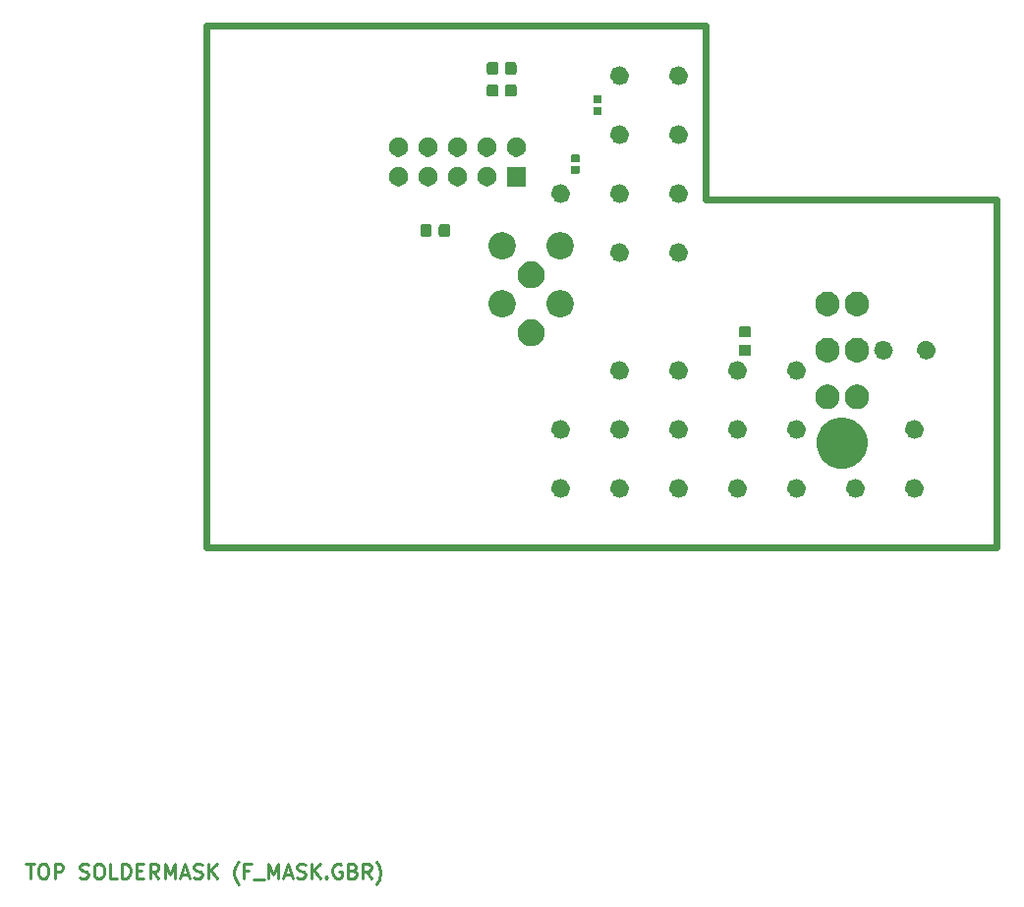
<source format=gbr>
G04 #@! TF.GenerationSoftware,KiCad,Pcbnew,(5.1.5)-3*
G04 #@! TF.CreationDate,2020-04-20T12:10:48-07:00*
G04 #@! TF.ProjectId,10096510 Battery Connection,31303039-3635-4313-9020-426174746572,rev?*
G04 #@! TF.SameCoordinates,PXb874050PY8789ff8*
G04 #@! TF.FileFunction,Soldermask,Top*
G04 #@! TF.FilePolarity,Negative*
%FSLAX46Y46*%
G04 Gerber Fmt 4.6, Leading zero omitted, Abs format (unit mm)*
G04 Created by KiCad (PCBNEW (5.1.5)-3) date 2020-04-20 12:10:48*
%MOMM*%
%LPD*%
G04 APERTURE LIST*
%ADD10C,0.254000*%
%ADD11C,1.000000*%
%ADD12C,0.584200*%
%ADD13C,0.100000*%
G04 APERTURE END LIST*
D10*
X-15588948Y-27244523D02*
X-14863234Y-27244523D01*
X-15226091Y-28514523D02*
X-15226091Y-27244523D01*
X-14197996Y-27244523D02*
X-13956091Y-27244523D01*
X-13835139Y-27305000D01*
X-13714186Y-27425952D01*
X-13653710Y-27667857D01*
X-13653710Y-28091190D01*
X-13714186Y-28333095D01*
X-13835139Y-28454047D01*
X-13956091Y-28514523D01*
X-14197996Y-28514523D01*
X-14318948Y-28454047D01*
X-14439900Y-28333095D01*
X-14500377Y-28091190D01*
X-14500377Y-27667857D01*
X-14439900Y-27425952D01*
X-14318948Y-27305000D01*
X-14197996Y-27244523D01*
X-13109424Y-28514523D02*
X-13109424Y-27244523D01*
X-12625615Y-27244523D01*
X-12504662Y-27305000D01*
X-12444186Y-27365476D01*
X-12383710Y-27486428D01*
X-12383710Y-27667857D01*
X-12444186Y-27788809D01*
X-12504662Y-27849285D01*
X-12625615Y-27909761D01*
X-13109424Y-27909761D01*
X-10932281Y-28454047D02*
X-10750853Y-28514523D01*
X-10448472Y-28514523D01*
X-10327520Y-28454047D01*
X-10267043Y-28393571D01*
X-10206567Y-28272619D01*
X-10206567Y-28151666D01*
X-10267043Y-28030714D01*
X-10327520Y-27970238D01*
X-10448472Y-27909761D01*
X-10690377Y-27849285D01*
X-10811329Y-27788809D01*
X-10871805Y-27728333D01*
X-10932281Y-27607380D01*
X-10932281Y-27486428D01*
X-10871805Y-27365476D01*
X-10811329Y-27305000D01*
X-10690377Y-27244523D01*
X-10387996Y-27244523D01*
X-10206567Y-27305000D01*
X-9420377Y-27244523D02*
X-9178472Y-27244523D01*
X-9057520Y-27305000D01*
X-8936567Y-27425952D01*
X-8876091Y-27667857D01*
X-8876091Y-28091190D01*
X-8936567Y-28333095D01*
X-9057520Y-28454047D01*
X-9178472Y-28514523D01*
X-9420377Y-28514523D01*
X-9541329Y-28454047D01*
X-9662281Y-28333095D01*
X-9722758Y-28091190D01*
X-9722758Y-27667857D01*
X-9662281Y-27425952D01*
X-9541329Y-27305000D01*
X-9420377Y-27244523D01*
X-7727043Y-28514523D02*
X-8331805Y-28514523D01*
X-8331805Y-27244523D01*
X-7303710Y-28514523D02*
X-7303710Y-27244523D01*
X-7001329Y-27244523D01*
X-6819900Y-27305000D01*
X-6698948Y-27425952D01*
X-6638472Y-27546904D01*
X-6577996Y-27788809D01*
X-6577996Y-27970238D01*
X-6638472Y-28212142D01*
X-6698948Y-28333095D01*
X-6819900Y-28454047D01*
X-7001329Y-28514523D01*
X-7303710Y-28514523D01*
X-6033710Y-27849285D02*
X-5610377Y-27849285D01*
X-5428948Y-28514523D02*
X-6033710Y-28514523D01*
X-6033710Y-27244523D01*
X-5428948Y-27244523D01*
X-4158948Y-28514523D02*
X-4582281Y-27909761D01*
X-4884662Y-28514523D02*
X-4884662Y-27244523D01*
X-4400853Y-27244523D01*
X-4279900Y-27305000D01*
X-4219424Y-27365476D01*
X-4158948Y-27486428D01*
X-4158948Y-27667857D01*
X-4219424Y-27788809D01*
X-4279900Y-27849285D01*
X-4400853Y-27909761D01*
X-4884662Y-27909761D01*
X-3614662Y-28514523D02*
X-3614662Y-27244523D01*
X-3191329Y-28151666D01*
X-2767996Y-27244523D01*
X-2767996Y-28514523D01*
X-2223710Y-28151666D02*
X-1618948Y-28151666D01*
X-2344662Y-28514523D02*
X-1921329Y-27244523D01*
X-1497996Y-28514523D01*
X-1135139Y-28454047D02*
X-953710Y-28514523D01*
X-651329Y-28514523D01*
X-530377Y-28454047D01*
X-469900Y-28393571D01*
X-409424Y-28272619D01*
X-409424Y-28151666D01*
X-469900Y-28030714D01*
X-530377Y-27970238D01*
X-651329Y-27909761D01*
X-893234Y-27849285D01*
X-1014186Y-27788809D01*
X-1074662Y-27728333D01*
X-1135139Y-27607380D01*
X-1135139Y-27486428D01*
X-1074662Y-27365476D01*
X-1014186Y-27305000D01*
X-893234Y-27244523D01*
X-590853Y-27244523D01*
X-409424Y-27305000D01*
X134861Y-28514523D02*
X134861Y-27244523D01*
X860576Y-28514523D02*
X316290Y-27788809D01*
X860576Y-27244523D02*
X134861Y-27970238D01*
X2735338Y-28998333D02*
X2674861Y-28937857D01*
X2553909Y-28756428D01*
X2493433Y-28635476D01*
X2432957Y-28454047D01*
X2372480Y-28151666D01*
X2372480Y-27909761D01*
X2432957Y-27607380D01*
X2493433Y-27425952D01*
X2553909Y-27305000D01*
X2674861Y-27123571D01*
X2735338Y-27063095D01*
X3642480Y-27849285D02*
X3219147Y-27849285D01*
X3219147Y-28514523D02*
X3219147Y-27244523D01*
X3823909Y-27244523D01*
X4005338Y-28635476D02*
X4972957Y-28635476D01*
X5275338Y-28514523D02*
X5275338Y-27244523D01*
X5698671Y-28151666D01*
X6122004Y-27244523D01*
X6122004Y-28514523D01*
X6666290Y-28151666D02*
X7271052Y-28151666D01*
X6545338Y-28514523D02*
X6968671Y-27244523D01*
X7392004Y-28514523D01*
X7754861Y-28454047D02*
X7936290Y-28514523D01*
X8238671Y-28514523D01*
X8359623Y-28454047D01*
X8420100Y-28393571D01*
X8480576Y-28272619D01*
X8480576Y-28151666D01*
X8420100Y-28030714D01*
X8359623Y-27970238D01*
X8238671Y-27909761D01*
X7996766Y-27849285D01*
X7875814Y-27788809D01*
X7815338Y-27728333D01*
X7754861Y-27607380D01*
X7754861Y-27486428D01*
X7815338Y-27365476D01*
X7875814Y-27305000D01*
X7996766Y-27244523D01*
X8299147Y-27244523D01*
X8480576Y-27305000D01*
X9024861Y-28514523D02*
X9024861Y-27244523D01*
X9750576Y-28514523D02*
X9206290Y-27788809D01*
X9750576Y-27244523D02*
X9024861Y-27970238D01*
X10294861Y-28393571D02*
X10355338Y-28454047D01*
X10294861Y-28514523D01*
X10234385Y-28454047D01*
X10294861Y-28393571D01*
X10294861Y-28514523D01*
X11564861Y-27305000D02*
X11443909Y-27244523D01*
X11262480Y-27244523D01*
X11081052Y-27305000D01*
X10960100Y-27425952D01*
X10899623Y-27546904D01*
X10839147Y-27788809D01*
X10839147Y-27970238D01*
X10899623Y-28212142D01*
X10960100Y-28333095D01*
X11081052Y-28454047D01*
X11262480Y-28514523D01*
X11383433Y-28514523D01*
X11564861Y-28454047D01*
X11625338Y-28393571D01*
X11625338Y-27970238D01*
X11383433Y-27970238D01*
X12592957Y-27849285D02*
X12774385Y-27909761D01*
X12834861Y-27970238D01*
X12895338Y-28091190D01*
X12895338Y-28272619D01*
X12834861Y-28393571D01*
X12774385Y-28454047D01*
X12653433Y-28514523D01*
X12169623Y-28514523D01*
X12169623Y-27244523D01*
X12592957Y-27244523D01*
X12713909Y-27305000D01*
X12774385Y-27365476D01*
X12834861Y-27486428D01*
X12834861Y-27607380D01*
X12774385Y-27728333D01*
X12713909Y-27788809D01*
X12592957Y-27849285D01*
X12169623Y-27849285D01*
X14165338Y-28514523D02*
X13742004Y-27909761D01*
X13439623Y-28514523D02*
X13439623Y-27244523D01*
X13923433Y-27244523D01*
X14044385Y-27305000D01*
X14104861Y-27365476D01*
X14165338Y-27486428D01*
X14165338Y-27667857D01*
X14104861Y-27788809D01*
X14044385Y-27849285D01*
X13923433Y-27909761D01*
X13439623Y-27909761D01*
X14588671Y-28998333D02*
X14649147Y-28937857D01*
X14770100Y-28756428D01*
X14830576Y-28635476D01*
X14891052Y-28454047D01*
X14951528Y-28151666D01*
X14951528Y-27909761D01*
X14891052Y-27607380D01*
X14830576Y-27425952D01*
X14770100Y-27305000D01*
X14649147Y-27123571D01*
X14588671Y-27063095D01*
D11*
X30795216Y30480000D02*
G75*
G03X30795216Y30480000I-315216J0D01*
G01*
X58608216Y16992600D02*
G75*
G03X58608216Y16992600I-315216J0D01*
G01*
X62291216Y16992600D02*
G75*
G03X62291216Y16992600I-315216J0D01*
G01*
X40955216Y10160000D02*
G75*
G03X40955216Y10160000I-315216J0D01*
G01*
X40955216Y15240000D02*
G75*
G03X40955216Y15240000I-315216J0D01*
G01*
X40955216Y5080000D02*
G75*
G03X40955216Y5080000I-315216J0D01*
G01*
X35875216Y5080000D02*
G75*
G03X35875216Y5080000I-315216J0D01*
G01*
X35875216Y10160000D02*
G75*
G03X35875216Y10160000I-315216J0D01*
G01*
X35875216Y15240000D02*
G75*
G03X35875216Y15240000I-315216J0D01*
G01*
X46035216Y5080000D02*
G75*
G03X46035216Y5080000I-315216J0D01*
G01*
X46035216Y10160000D02*
G75*
G03X46035216Y10160000I-315216J0D01*
G01*
X46035216Y15240000D02*
G75*
G03X46035216Y15240000I-315216J0D01*
G01*
X51115216Y15240000D02*
G75*
G03X51115216Y15240000I-315216J0D01*
G01*
X51115216Y10160000D02*
G75*
G03X51115216Y10160000I-315216J0D01*
G01*
X30795216Y10160000D02*
G75*
G03X30795216Y10160000I-315216J0D01*
G01*
X30795216Y5080000D02*
G75*
G03X30795216Y5080000I-315216J0D01*
G01*
X51115216Y5080000D02*
G75*
G03X51115216Y5080000I-315216J0D01*
G01*
X56195216Y5080000D02*
G75*
G03X56195216Y5080000I-315216J0D01*
G01*
X61275216Y5080000D02*
G75*
G03X61275216Y5080000I-315216J0D01*
G01*
X61275216Y10160000D02*
G75*
G03X61275216Y10160000I-315216J0D01*
G01*
X40955216Y25400000D02*
G75*
G03X40955216Y25400000I-315216J0D01*
G01*
X35875216Y25400000D02*
G75*
G03X35875216Y25400000I-315216J0D01*
G01*
X35875216Y30480000D02*
G75*
G03X35875216Y30480000I-315216J0D01*
G01*
X40955216Y30480000D02*
G75*
G03X40955216Y30480000I-315216J0D01*
G01*
X40955216Y35560000D02*
G75*
G03X40955216Y35560000I-315216J0D01*
G01*
X35875216Y35560000D02*
G75*
G03X35875216Y35560000I-315216J0D01*
G01*
X40955216Y40640000D02*
G75*
G03X40955216Y40640000I-315216J0D01*
G01*
X35875216Y40640000D02*
G75*
G03X35875216Y40640000I-315216J0D01*
G01*
D12*
X43002200Y29997400D02*
X43002200Y44983400D01*
X43002200Y29997400D02*
X68021200Y29997400D01*
X68021200Y0D02*
X68021200Y29997400D01*
X0Y0D02*
X68021200Y0D01*
X0Y0D02*
X0Y44983400D01*
X0Y44983400D02*
X43002200Y44983400D01*
D13*
G36*
X55352528Y11104460D02*
G01*
X55752410Y10938823D01*
X55752412Y10938822D01*
X56112297Y10698355D01*
X56418355Y10392297D01*
X56658823Y10032410D01*
X56824460Y9632528D01*
X56908900Y9208017D01*
X56908900Y8775183D01*
X56824460Y8350672D01*
X56658823Y7950790D01*
X56658822Y7950788D01*
X56418355Y7590903D01*
X56112297Y7284845D01*
X55752412Y7044378D01*
X55752411Y7044377D01*
X55752410Y7044377D01*
X55352528Y6878740D01*
X54928017Y6794300D01*
X54495183Y6794300D01*
X54070672Y6878740D01*
X53670790Y7044377D01*
X53670789Y7044377D01*
X53670788Y7044378D01*
X53310903Y7284845D01*
X53004845Y7590903D01*
X52764378Y7950788D01*
X52764377Y7950790D01*
X52598740Y8350672D01*
X52514300Y8775183D01*
X52514300Y9208017D01*
X52598740Y9632528D01*
X52764377Y10032410D01*
X53004845Y10392297D01*
X53310903Y10698355D01*
X53670788Y10938822D01*
X53670790Y10938823D01*
X54070672Y11104460D01*
X54495183Y11188900D01*
X54928017Y11188900D01*
X55352528Y11104460D01*
G37*
G36*
X56313564Y13990011D02*
G01*
X56504833Y13910785D01*
X56504835Y13910784D01*
X56676973Y13795765D01*
X56823365Y13649373D01*
X56938385Y13477233D01*
X57017611Y13285964D01*
X57058000Y13082916D01*
X57058000Y12875884D01*
X57017611Y12672836D01*
X56938385Y12481567D01*
X56938384Y12481565D01*
X56823365Y12309427D01*
X56676973Y12163035D01*
X56504835Y12048016D01*
X56504834Y12048015D01*
X56504833Y12048015D01*
X56313564Y11968789D01*
X56110516Y11928400D01*
X55903484Y11928400D01*
X55700436Y11968789D01*
X55509167Y12048015D01*
X55509166Y12048015D01*
X55509165Y12048016D01*
X55337027Y12163035D01*
X55190635Y12309427D01*
X55075616Y12481565D01*
X55075615Y12481567D01*
X54996389Y12672836D01*
X54956000Y12875884D01*
X54956000Y13082916D01*
X54996389Y13285964D01*
X55075615Y13477233D01*
X55190635Y13649373D01*
X55337027Y13795765D01*
X55509165Y13910784D01*
X55509167Y13910785D01*
X55700436Y13990011D01*
X55903484Y14030400D01*
X56110516Y14030400D01*
X56313564Y13990011D01*
G37*
G36*
X53773564Y13990011D02*
G01*
X53964833Y13910785D01*
X53964835Y13910784D01*
X54136973Y13795765D01*
X54283365Y13649373D01*
X54398385Y13477233D01*
X54477611Y13285964D01*
X54518000Y13082916D01*
X54518000Y12875884D01*
X54477611Y12672836D01*
X54398385Y12481567D01*
X54398384Y12481565D01*
X54283365Y12309427D01*
X54136973Y12163035D01*
X53964835Y12048016D01*
X53964834Y12048015D01*
X53964833Y12048015D01*
X53773564Y11968789D01*
X53570516Y11928400D01*
X53363484Y11928400D01*
X53160436Y11968789D01*
X52969167Y12048015D01*
X52969166Y12048015D01*
X52969165Y12048016D01*
X52797027Y12163035D01*
X52650635Y12309427D01*
X52535616Y12481565D01*
X52535615Y12481567D01*
X52456389Y12672836D01*
X52416000Y12875884D01*
X52416000Y13082916D01*
X52456389Y13285964D01*
X52535615Y13477233D01*
X52650635Y13649373D01*
X52797027Y13795765D01*
X52969165Y13910784D01*
X52969167Y13910785D01*
X53160436Y13990011D01*
X53363484Y14030400D01*
X53570516Y14030400D01*
X53773564Y13990011D01*
G37*
G36*
X53773564Y18003211D02*
G01*
X53964833Y17923985D01*
X53964835Y17923984D01*
X54136973Y17808965D01*
X54283365Y17662573D01*
X54398385Y17490433D01*
X54477611Y17299164D01*
X54518000Y17096116D01*
X54518000Y16889084D01*
X54477611Y16686036D01*
X54409910Y16522592D01*
X54398384Y16494765D01*
X54283365Y16322627D01*
X54136973Y16176235D01*
X53964835Y16061216D01*
X53964834Y16061215D01*
X53964833Y16061215D01*
X53773564Y15981989D01*
X53570516Y15941600D01*
X53363484Y15941600D01*
X53160436Y15981989D01*
X52969167Y16061215D01*
X52969166Y16061215D01*
X52969165Y16061216D01*
X52797027Y16176235D01*
X52650635Y16322627D01*
X52535616Y16494765D01*
X52524090Y16522592D01*
X52456389Y16686036D01*
X52416000Y16889084D01*
X52416000Y17096116D01*
X52456389Y17299164D01*
X52535615Y17490433D01*
X52650635Y17662573D01*
X52797027Y17808965D01*
X52969165Y17923984D01*
X52969167Y17923985D01*
X53160436Y18003211D01*
X53363484Y18043600D01*
X53570516Y18043600D01*
X53773564Y18003211D01*
G37*
G36*
X56313564Y18003211D02*
G01*
X56504833Y17923985D01*
X56504835Y17923984D01*
X56676973Y17808965D01*
X56823365Y17662573D01*
X56938385Y17490433D01*
X57017611Y17299164D01*
X57058000Y17096116D01*
X57058000Y16889084D01*
X57017611Y16686036D01*
X56949910Y16522592D01*
X56938384Y16494765D01*
X56823365Y16322627D01*
X56676973Y16176235D01*
X56504835Y16061216D01*
X56504834Y16061215D01*
X56504833Y16061215D01*
X56313564Y15981989D01*
X56110516Y15941600D01*
X55903484Y15941600D01*
X55700436Y15981989D01*
X55509167Y16061215D01*
X55509166Y16061215D01*
X55509165Y16061216D01*
X55337027Y16176235D01*
X55190635Y16322627D01*
X55075616Y16494765D01*
X55064090Y16522592D01*
X54996389Y16686036D01*
X54956000Y16889084D01*
X54956000Y17096116D01*
X54996389Y17299164D01*
X55075615Y17490433D01*
X55190635Y17662573D01*
X55337027Y17808965D01*
X55509165Y17923984D01*
X55509167Y17923985D01*
X55700436Y18003211D01*
X55903484Y18043600D01*
X56110516Y18043600D01*
X56313564Y18003211D01*
G37*
G36*
X46734591Y17476915D02*
G01*
X46768569Y17466607D01*
X46799890Y17449866D01*
X46827339Y17427339D01*
X46849866Y17399890D01*
X46866607Y17368569D01*
X46876915Y17334591D01*
X46881000Y17293110D01*
X46881000Y16691890D01*
X46876915Y16650409D01*
X46866607Y16616431D01*
X46849866Y16585110D01*
X46827339Y16557661D01*
X46799890Y16535134D01*
X46768569Y16518393D01*
X46734591Y16508085D01*
X46693110Y16504000D01*
X46016890Y16504000D01*
X45975409Y16508085D01*
X45941431Y16518393D01*
X45910110Y16535134D01*
X45882661Y16557661D01*
X45860134Y16585110D01*
X45843393Y16616431D01*
X45833085Y16650409D01*
X45829000Y16691890D01*
X45829000Y17293110D01*
X45833085Y17334591D01*
X45843393Y17368569D01*
X45860134Y17399890D01*
X45882661Y17427339D01*
X45910110Y17449866D01*
X45941431Y17466607D01*
X45975409Y17476915D01*
X46016890Y17481000D01*
X46693110Y17481000D01*
X46734591Y17476915D01*
G37*
G36*
X28280867Y19618692D02*
G01*
X28368959Y19582203D01*
X28493540Y19530600D01*
X28684939Y19402711D01*
X28847711Y19239939D01*
X28975600Y19048540D01*
X29017473Y18947448D01*
X29063692Y18835867D01*
X29108600Y18610098D01*
X29108600Y18379902D01*
X29063692Y18154133D01*
X29034263Y18083085D01*
X28975600Y17941460D01*
X28847711Y17750061D01*
X28684939Y17587289D01*
X28493540Y17459400D01*
X28416137Y17427339D01*
X28280867Y17371308D01*
X28055098Y17326400D01*
X27824902Y17326400D01*
X27599133Y17371308D01*
X27463863Y17427339D01*
X27386460Y17459400D01*
X27195061Y17587289D01*
X27032289Y17750061D01*
X26904400Y17941460D01*
X26845737Y18083085D01*
X26816308Y18154133D01*
X26771400Y18379902D01*
X26771400Y18610098D01*
X26816308Y18835867D01*
X26862527Y18947448D01*
X26904400Y19048540D01*
X27032289Y19239939D01*
X27195061Y19402711D01*
X27386460Y19530600D01*
X27511041Y19582203D01*
X27599133Y19618692D01*
X27824902Y19663600D01*
X28055098Y19663600D01*
X28280867Y19618692D01*
G37*
G36*
X46734591Y19051915D02*
G01*
X46768569Y19041607D01*
X46799890Y19024866D01*
X46827339Y19002339D01*
X46849866Y18974890D01*
X46866607Y18943569D01*
X46876915Y18909591D01*
X46881000Y18868110D01*
X46881000Y18266890D01*
X46876915Y18225409D01*
X46866607Y18191431D01*
X46849866Y18160110D01*
X46827339Y18132661D01*
X46799890Y18110134D01*
X46768569Y18093393D01*
X46734591Y18083085D01*
X46693110Y18079000D01*
X46016890Y18079000D01*
X45975409Y18083085D01*
X45941431Y18093393D01*
X45910110Y18110134D01*
X45882661Y18132661D01*
X45860134Y18160110D01*
X45843393Y18191431D01*
X45833085Y18225409D01*
X45829000Y18266890D01*
X45829000Y18868110D01*
X45833085Y18909591D01*
X45843393Y18943569D01*
X45860134Y18974890D01*
X45882661Y19002339D01*
X45910110Y19024866D01*
X45941431Y19041607D01*
X45975409Y19051915D01*
X46016890Y19056000D01*
X46693110Y19056000D01*
X46734591Y19051915D01*
G37*
G36*
X25780867Y22118692D02*
G01*
X25868959Y22082203D01*
X25993540Y22030600D01*
X26184939Y21902711D01*
X26347711Y21739939D01*
X26475600Y21548540D01*
X26504721Y21478235D01*
X26563692Y21335867D01*
X26608600Y21110098D01*
X26608600Y20879902D01*
X26563692Y20654133D01*
X26527203Y20566041D01*
X26475600Y20441460D01*
X26347711Y20250061D01*
X26184939Y20087289D01*
X25993540Y19959400D01*
X25868959Y19907797D01*
X25780867Y19871308D01*
X25555098Y19826400D01*
X25324902Y19826400D01*
X25099133Y19871308D01*
X25011041Y19907797D01*
X24886460Y19959400D01*
X24695061Y20087289D01*
X24532289Y20250061D01*
X24404400Y20441460D01*
X24352797Y20566041D01*
X24316308Y20654133D01*
X24271400Y20879902D01*
X24271400Y21110098D01*
X24316308Y21335867D01*
X24375279Y21478235D01*
X24404400Y21548540D01*
X24532289Y21739939D01*
X24695061Y21902711D01*
X24886460Y22030600D01*
X25011041Y22082203D01*
X25099133Y22118692D01*
X25324902Y22163600D01*
X25555098Y22163600D01*
X25780867Y22118692D01*
G37*
G36*
X30780867Y22118692D02*
G01*
X30868959Y22082203D01*
X30993540Y22030600D01*
X31184939Y21902711D01*
X31347711Y21739939D01*
X31475600Y21548540D01*
X31504721Y21478235D01*
X31563692Y21335867D01*
X31608600Y21110098D01*
X31608600Y20879902D01*
X31563692Y20654133D01*
X31527203Y20566041D01*
X31475600Y20441460D01*
X31347711Y20250061D01*
X31184939Y20087289D01*
X30993540Y19959400D01*
X30868959Y19907797D01*
X30780867Y19871308D01*
X30555098Y19826400D01*
X30324902Y19826400D01*
X30099133Y19871308D01*
X30011041Y19907797D01*
X29886460Y19959400D01*
X29695061Y20087289D01*
X29532289Y20250061D01*
X29404400Y20441460D01*
X29352797Y20566041D01*
X29316308Y20654133D01*
X29271400Y20879902D01*
X29271400Y21110098D01*
X29316308Y21335867D01*
X29375279Y21478235D01*
X29404400Y21548540D01*
X29532289Y21739939D01*
X29695061Y21902711D01*
X29886460Y22030600D01*
X30011041Y22082203D01*
X30099133Y22118692D01*
X30324902Y22163600D01*
X30555098Y22163600D01*
X30780867Y22118692D01*
G37*
G36*
X53773564Y21991011D02*
G01*
X53964833Y21911785D01*
X53964835Y21911784D01*
X54136973Y21796765D01*
X54283365Y21650373D01*
X54351408Y21548540D01*
X54398385Y21478233D01*
X54477611Y21286964D01*
X54518000Y21083916D01*
X54518000Y20876884D01*
X54477611Y20673836D01*
X54469449Y20654132D01*
X54398384Y20482565D01*
X54283365Y20310427D01*
X54136973Y20164035D01*
X53964835Y20049016D01*
X53964834Y20049015D01*
X53964833Y20049015D01*
X53773564Y19969789D01*
X53570516Y19929400D01*
X53363484Y19929400D01*
X53160436Y19969789D01*
X52969167Y20049015D01*
X52969166Y20049015D01*
X52969165Y20049016D01*
X52797027Y20164035D01*
X52650635Y20310427D01*
X52535616Y20482565D01*
X52464551Y20654132D01*
X52456389Y20673836D01*
X52416000Y20876884D01*
X52416000Y21083916D01*
X52456389Y21286964D01*
X52535615Y21478233D01*
X52582593Y21548540D01*
X52650635Y21650373D01*
X52797027Y21796765D01*
X52969165Y21911784D01*
X52969167Y21911785D01*
X53160436Y21991011D01*
X53363484Y22031400D01*
X53570516Y22031400D01*
X53773564Y21991011D01*
G37*
G36*
X56313564Y21991011D02*
G01*
X56504833Y21911785D01*
X56504835Y21911784D01*
X56676973Y21796765D01*
X56823365Y21650373D01*
X56891408Y21548540D01*
X56938385Y21478233D01*
X57017611Y21286964D01*
X57058000Y21083916D01*
X57058000Y20876884D01*
X57017611Y20673836D01*
X57009449Y20654132D01*
X56938384Y20482565D01*
X56823365Y20310427D01*
X56676973Y20164035D01*
X56504835Y20049016D01*
X56504834Y20049015D01*
X56504833Y20049015D01*
X56313564Y19969789D01*
X56110516Y19929400D01*
X55903484Y19929400D01*
X55700436Y19969789D01*
X55509167Y20049015D01*
X55509166Y20049015D01*
X55509165Y20049016D01*
X55337027Y20164035D01*
X55190635Y20310427D01*
X55075616Y20482565D01*
X55004551Y20654132D01*
X54996389Y20673836D01*
X54956000Y20876884D01*
X54956000Y21083916D01*
X54996389Y21286964D01*
X55075615Y21478233D01*
X55122593Y21548540D01*
X55190635Y21650373D01*
X55337027Y21796765D01*
X55509165Y21911784D01*
X55509167Y21911785D01*
X55700436Y21991011D01*
X55903484Y22031400D01*
X56110516Y22031400D01*
X56313564Y21991011D01*
G37*
G36*
X28280867Y24618692D02*
G01*
X28368959Y24582203D01*
X28493540Y24530600D01*
X28684939Y24402711D01*
X28847711Y24239939D01*
X28975600Y24048540D01*
X29027203Y23923959D01*
X29063692Y23835867D01*
X29108600Y23610098D01*
X29108600Y23379902D01*
X29063692Y23154133D01*
X29027203Y23066041D01*
X28975600Y22941460D01*
X28847711Y22750061D01*
X28684939Y22587289D01*
X28493540Y22459400D01*
X28368959Y22407797D01*
X28280867Y22371308D01*
X28055098Y22326400D01*
X27824902Y22326400D01*
X27599133Y22371308D01*
X27511041Y22407797D01*
X27386460Y22459400D01*
X27195061Y22587289D01*
X27032289Y22750061D01*
X26904400Y22941460D01*
X26852797Y23066041D01*
X26816308Y23154133D01*
X26771400Y23379902D01*
X26771400Y23610098D01*
X26816308Y23835867D01*
X26852797Y23923959D01*
X26904400Y24048540D01*
X27032289Y24239939D01*
X27195061Y24402711D01*
X27386460Y24530600D01*
X27511041Y24582203D01*
X27599133Y24618692D01*
X27824902Y24663600D01*
X28055098Y24663600D01*
X28280867Y24618692D01*
G37*
G36*
X30780867Y27118692D02*
G01*
X30868959Y27082203D01*
X30993540Y27030600D01*
X31184939Y26902711D01*
X31347711Y26739939D01*
X31475600Y26548540D01*
X31527203Y26423959D01*
X31563692Y26335867D01*
X31608600Y26110098D01*
X31608600Y25879902D01*
X31563692Y25654133D01*
X31527203Y25566041D01*
X31475600Y25441460D01*
X31347711Y25250061D01*
X31184939Y25087289D01*
X30993540Y24959400D01*
X30868959Y24907797D01*
X30780867Y24871308D01*
X30555098Y24826400D01*
X30324902Y24826400D01*
X30099133Y24871308D01*
X30011041Y24907797D01*
X29886460Y24959400D01*
X29695061Y25087289D01*
X29532289Y25250061D01*
X29404400Y25441460D01*
X29352797Y25566041D01*
X29316308Y25654133D01*
X29271400Y25879902D01*
X29271400Y26110098D01*
X29316308Y26335867D01*
X29352797Y26423959D01*
X29404400Y26548540D01*
X29532289Y26739939D01*
X29695061Y26902711D01*
X29886460Y27030600D01*
X30011041Y27082203D01*
X30099133Y27118692D01*
X30324902Y27163600D01*
X30555098Y27163600D01*
X30780867Y27118692D01*
G37*
G36*
X25780867Y27118692D02*
G01*
X25868959Y27082203D01*
X25993540Y27030600D01*
X26184939Y26902711D01*
X26347711Y26739939D01*
X26475600Y26548540D01*
X26527203Y26423959D01*
X26563692Y26335867D01*
X26608600Y26110098D01*
X26608600Y25879902D01*
X26563692Y25654133D01*
X26527203Y25566041D01*
X26475600Y25441460D01*
X26347711Y25250061D01*
X26184939Y25087289D01*
X25993540Y24959400D01*
X25868959Y24907797D01*
X25780867Y24871308D01*
X25555098Y24826400D01*
X25324902Y24826400D01*
X25099133Y24871308D01*
X25011041Y24907797D01*
X24886460Y24959400D01*
X24695061Y25087289D01*
X24532289Y25250061D01*
X24404400Y25441460D01*
X24352797Y25566041D01*
X24316308Y25654133D01*
X24271400Y25879902D01*
X24271400Y26110098D01*
X24316308Y26335867D01*
X24352797Y26423959D01*
X24404400Y26548540D01*
X24532289Y26739939D01*
X24695061Y26902711D01*
X24886460Y27030600D01*
X25011041Y27082203D01*
X25099133Y27118692D01*
X25324902Y27163600D01*
X25555098Y27163600D01*
X25780867Y27118692D01*
G37*
G36*
X19239591Y27826915D02*
G01*
X19273569Y27816607D01*
X19304890Y27799866D01*
X19332339Y27777339D01*
X19354866Y27749890D01*
X19371607Y27718569D01*
X19381915Y27684591D01*
X19386000Y27643110D01*
X19386000Y26966890D01*
X19381915Y26925409D01*
X19371607Y26891431D01*
X19354866Y26860110D01*
X19332339Y26832661D01*
X19304890Y26810134D01*
X19273569Y26793393D01*
X19239591Y26783085D01*
X19198110Y26779000D01*
X18596890Y26779000D01*
X18555409Y26783085D01*
X18521431Y26793393D01*
X18490110Y26810134D01*
X18462661Y26832661D01*
X18440134Y26860110D01*
X18423393Y26891431D01*
X18413085Y26925409D01*
X18409000Y26966890D01*
X18409000Y27643110D01*
X18413085Y27684591D01*
X18423393Y27718569D01*
X18440134Y27749890D01*
X18462661Y27777339D01*
X18490110Y27799866D01*
X18521431Y27816607D01*
X18555409Y27826915D01*
X18596890Y27831000D01*
X19198110Y27831000D01*
X19239591Y27826915D01*
G37*
G36*
X20814591Y27826915D02*
G01*
X20848569Y27816607D01*
X20879890Y27799866D01*
X20907339Y27777339D01*
X20929866Y27749890D01*
X20946607Y27718569D01*
X20956915Y27684591D01*
X20961000Y27643110D01*
X20961000Y26966890D01*
X20956915Y26925409D01*
X20946607Y26891431D01*
X20929866Y26860110D01*
X20907339Y26832661D01*
X20879890Y26810134D01*
X20848569Y26793393D01*
X20814591Y26783085D01*
X20773110Y26779000D01*
X20171890Y26779000D01*
X20130409Y26783085D01*
X20096431Y26793393D01*
X20065110Y26810134D01*
X20037661Y26832661D01*
X20015134Y26860110D01*
X19998393Y26891431D01*
X19988085Y26925409D01*
X19984000Y26966890D01*
X19984000Y27643110D01*
X19988085Y27684591D01*
X19998393Y27718569D01*
X20015134Y27749890D01*
X20037661Y27777339D01*
X20065110Y27799866D01*
X20096431Y27816607D01*
X20130409Y27826915D01*
X20171890Y27831000D01*
X20773110Y27831000D01*
X20814591Y27826915D01*
G37*
G36*
X27508400Y31114800D02*
G01*
X25831600Y31114800D01*
X25831600Y32791600D01*
X27508400Y32791600D01*
X27508400Y31114800D01*
G37*
G36*
X16673564Y32775490D02*
G01*
X16754552Y32759381D01*
X16907131Y32696181D01*
X17044449Y32604428D01*
X17161228Y32487649D01*
X17252981Y32350331D01*
X17316181Y32197752D01*
X17348400Y32035775D01*
X17348400Y31870625D01*
X17316181Y31708648D01*
X17252981Y31556069D01*
X17161228Y31418751D01*
X17044449Y31301972D01*
X16907131Y31210219D01*
X16754552Y31147019D01*
X16673563Y31130909D01*
X16592576Y31114800D01*
X16427424Y31114800D01*
X16346437Y31130909D01*
X16265448Y31147019D01*
X16112869Y31210219D01*
X15975551Y31301972D01*
X15858772Y31418751D01*
X15767019Y31556069D01*
X15703819Y31708648D01*
X15671600Y31870625D01*
X15671600Y32035775D01*
X15703819Y32197752D01*
X15767019Y32350331D01*
X15858772Y32487649D01*
X15975551Y32604428D01*
X16112869Y32696181D01*
X16265448Y32759381D01*
X16346436Y32775490D01*
X16427424Y32791600D01*
X16592576Y32791600D01*
X16673564Y32775490D01*
G37*
G36*
X19213564Y32775490D02*
G01*
X19294552Y32759381D01*
X19447131Y32696181D01*
X19584449Y32604428D01*
X19701228Y32487649D01*
X19792981Y32350331D01*
X19856181Y32197752D01*
X19888400Y32035775D01*
X19888400Y31870625D01*
X19856181Y31708648D01*
X19792981Y31556069D01*
X19701228Y31418751D01*
X19584449Y31301972D01*
X19447131Y31210219D01*
X19294552Y31147019D01*
X19213563Y31130909D01*
X19132576Y31114800D01*
X18967424Y31114800D01*
X18886437Y31130909D01*
X18805448Y31147019D01*
X18652869Y31210219D01*
X18515551Y31301972D01*
X18398772Y31418751D01*
X18307019Y31556069D01*
X18243819Y31708648D01*
X18211600Y31870625D01*
X18211600Y32035775D01*
X18243819Y32197752D01*
X18307019Y32350331D01*
X18398772Y32487649D01*
X18515551Y32604428D01*
X18652869Y32696181D01*
X18805448Y32759381D01*
X18886436Y32775490D01*
X18967424Y32791600D01*
X19132576Y32791600D01*
X19213564Y32775490D01*
G37*
G36*
X21753564Y32775490D02*
G01*
X21834552Y32759381D01*
X21987131Y32696181D01*
X22124449Y32604428D01*
X22241228Y32487649D01*
X22332981Y32350331D01*
X22396181Y32197752D01*
X22428400Y32035775D01*
X22428400Y31870625D01*
X22396181Y31708648D01*
X22332981Y31556069D01*
X22241228Y31418751D01*
X22124449Y31301972D01*
X21987131Y31210219D01*
X21834552Y31147019D01*
X21753563Y31130909D01*
X21672576Y31114800D01*
X21507424Y31114800D01*
X21426437Y31130909D01*
X21345448Y31147019D01*
X21192869Y31210219D01*
X21055551Y31301972D01*
X20938772Y31418751D01*
X20847019Y31556069D01*
X20783819Y31708648D01*
X20751600Y31870625D01*
X20751600Y32035775D01*
X20783819Y32197752D01*
X20847019Y32350331D01*
X20938772Y32487649D01*
X21055551Y32604428D01*
X21192869Y32696181D01*
X21345448Y32759381D01*
X21426436Y32775490D01*
X21507424Y32791600D01*
X21672576Y32791600D01*
X21753564Y32775490D01*
G37*
G36*
X24293564Y32775490D02*
G01*
X24374552Y32759381D01*
X24527131Y32696181D01*
X24664449Y32604428D01*
X24781228Y32487649D01*
X24872981Y32350331D01*
X24936181Y32197752D01*
X24968400Y32035775D01*
X24968400Y31870625D01*
X24936181Y31708648D01*
X24872981Y31556069D01*
X24781228Y31418751D01*
X24664449Y31301972D01*
X24527131Y31210219D01*
X24374552Y31147019D01*
X24293563Y31130909D01*
X24212576Y31114800D01*
X24047424Y31114800D01*
X23966437Y31130909D01*
X23885448Y31147019D01*
X23732869Y31210219D01*
X23595551Y31301972D01*
X23478772Y31418751D01*
X23387019Y31556069D01*
X23323819Y31708648D01*
X23291600Y31870625D01*
X23291600Y32035775D01*
X23323819Y32197752D01*
X23387019Y32350331D01*
X23478772Y32487649D01*
X23595551Y32604428D01*
X23732869Y32696181D01*
X23885448Y32759381D01*
X23966436Y32775490D01*
X24047424Y32791600D01*
X24212576Y32791600D01*
X24293564Y32775490D01*
G37*
G36*
X32031938Y32878284D02*
G01*
X32052557Y32872029D01*
X32071553Y32861876D01*
X32088208Y32848208D01*
X32101876Y32831553D01*
X32112029Y32812557D01*
X32118284Y32791938D01*
X32121000Y32764360D01*
X32121000Y32305640D01*
X32118284Y32278062D01*
X32112029Y32257443D01*
X32101876Y32238447D01*
X32088208Y32221792D01*
X32071553Y32208124D01*
X32052557Y32197971D01*
X32031938Y32191716D01*
X32004360Y32189000D01*
X31495640Y32189000D01*
X31468062Y32191716D01*
X31447443Y32197971D01*
X31428447Y32208124D01*
X31411792Y32221792D01*
X31398124Y32238447D01*
X31387971Y32257443D01*
X31381716Y32278062D01*
X31379000Y32305640D01*
X31379000Y32764360D01*
X31381716Y32791938D01*
X31387971Y32812557D01*
X31398124Y32831553D01*
X31411792Y32848208D01*
X31428447Y32861876D01*
X31447443Y32872029D01*
X31468062Y32878284D01*
X31495640Y32881000D01*
X32004360Y32881000D01*
X32031938Y32878284D01*
G37*
G36*
X32031938Y33848284D02*
G01*
X32052557Y33842029D01*
X32071553Y33831876D01*
X32088208Y33818208D01*
X32101876Y33801553D01*
X32112029Y33782557D01*
X32118284Y33761938D01*
X32121000Y33734360D01*
X32121000Y33275640D01*
X32118284Y33248062D01*
X32112029Y33227443D01*
X32101876Y33208447D01*
X32088208Y33191792D01*
X32071553Y33178124D01*
X32052557Y33167971D01*
X32031938Y33161716D01*
X32004360Y33159000D01*
X31495640Y33159000D01*
X31468062Y33161716D01*
X31447443Y33167971D01*
X31428447Y33178124D01*
X31411792Y33191792D01*
X31398124Y33208447D01*
X31387971Y33227443D01*
X31381716Y33248062D01*
X31379000Y33275640D01*
X31379000Y33734360D01*
X31381716Y33761938D01*
X31387971Y33782557D01*
X31398124Y33801553D01*
X31411792Y33818208D01*
X31428447Y33831876D01*
X31447443Y33842029D01*
X31468062Y33848284D01*
X31495640Y33851000D01*
X32004360Y33851000D01*
X32031938Y33848284D01*
G37*
G36*
X19213564Y35315490D02*
G01*
X19294552Y35299381D01*
X19447131Y35236181D01*
X19584449Y35144428D01*
X19701228Y35027649D01*
X19792981Y34890331D01*
X19856181Y34737752D01*
X19888400Y34575775D01*
X19888400Y34410625D01*
X19856181Y34248648D01*
X19792981Y34096069D01*
X19701228Y33958751D01*
X19584449Y33841972D01*
X19447131Y33750219D01*
X19294552Y33687019D01*
X19249210Y33678000D01*
X19132576Y33654800D01*
X18967424Y33654800D01*
X18850790Y33678000D01*
X18805448Y33687019D01*
X18652869Y33750219D01*
X18515551Y33841972D01*
X18398772Y33958751D01*
X18307019Y34096069D01*
X18243819Y34248648D01*
X18211600Y34410625D01*
X18211600Y34575775D01*
X18243819Y34737752D01*
X18307019Y34890331D01*
X18398772Y35027649D01*
X18515551Y35144428D01*
X18652869Y35236181D01*
X18805448Y35299381D01*
X18886436Y35315490D01*
X18967424Y35331600D01*
X19132576Y35331600D01*
X19213564Y35315490D01*
G37*
G36*
X16673564Y35315490D02*
G01*
X16754552Y35299381D01*
X16907131Y35236181D01*
X17044449Y35144428D01*
X17161228Y35027649D01*
X17252981Y34890331D01*
X17316181Y34737752D01*
X17348400Y34575775D01*
X17348400Y34410625D01*
X17316181Y34248648D01*
X17252981Y34096069D01*
X17161228Y33958751D01*
X17044449Y33841972D01*
X16907131Y33750219D01*
X16754552Y33687019D01*
X16709210Y33678000D01*
X16592576Y33654800D01*
X16427424Y33654800D01*
X16310790Y33678000D01*
X16265448Y33687019D01*
X16112869Y33750219D01*
X15975551Y33841972D01*
X15858772Y33958751D01*
X15767019Y34096069D01*
X15703819Y34248648D01*
X15671600Y34410625D01*
X15671600Y34575775D01*
X15703819Y34737752D01*
X15767019Y34890331D01*
X15858772Y35027649D01*
X15975551Y35144428D01*
X16112869Y35236181D01*
X16265448Y35299381D01*
X16346436Y35315490D01*
X16427424Y35331600D01*
X16592576Y35331600D01*
X16673564Y35315490D01*
G37*
G36*
X26833564Y35315490D02*
G01*
X26914552Y35299381D01*
X27067131Y35236181D01*
X27204449Y35144428D01*
X27321228Y35027649D01*
X27412981Y34890331D01*
X27476181Y34737752D01*
X27508400Y34575775D01*
X27508400Y34410625D01*
X27476181Y34248648D01*
X27412981Y34096069D01*
X27321228Y33958751D01*
X27204449Y33841972D01*
X27067131Y33750219D01*
X26914552Y33687019D01*
X26869210Y33678000D01*
X26752576Y33654800D01*
X26587424Y33654800D01*
X26470790Y33678000D01*
X26425448Y33687019D01*
X26272869Y33750219D01*
X26135551Y33841972D01*
X26018772Y33958751D01*
X25927019Y34096069D01*
X25863819Y34248648D01*
X25831600Y34410625D01*
X25831600Y34575775D01*
X25863819Y34737752D01*
X25927019Y34890331D01*
X26018772Y35027649D01*
X26135551Y35144428D01*
X26272869Y35236181D01*
X26425448Y35299381D01*
X26506436Y35315490D01*
X26587424Y35331600D01*
X26752576Y35331600D01*
X26833564Y35315490D01*
G37*
G36*
X24293564Y35315490D02*
G01*
X24374552Y35299381D01*
X24527131Y35236181D01*
X24664449Y35144428D01*
X24781228Y35027649D01*
X24872981Y34890331D01*
X24936181Y34737752D01*
X24968400Y34575775D01*
X24968400Y34410625D01*
X24936181Y34248648D01*
X24872981Y34096069D01*
X24781228Y33958751D01*
X24664449Y33841972D01*
X24527131Y33750219D01*
X24374552Y33687019D01*
X24329210Y33678000D01*
X24212576Y33654800D01*
X24047424Y33654800D01*
X23930790Y33678000D01*
X23885448Y33687019D01*
X23732869Y33750219D01*
X23595551Y33841972D01*
X23478772Y33958751D01*
X23387019Y34096069D01*
X23323819Y34248648D01*
X23291600Y34410625D01*
X23291600Y34575775D01*
X23323819Y34737752D01*
X23387019Y34890331D01*
X23478772Y35027649D01*
X23595551Y35144428D01*
X23732869Y35236181D01*
X23885448Y35299381D01*
X23966436Y35315490D01*
X24047424Y35331600D01*
X24212576Y35331600D01*
X24293564Y35315490D01*
G37*
G36*
X21753564Y35315490D02*
G01*
X21834552Y35299381D01*
X21987131Y35236181D01*
X22124449Y35144428D01*
X22241228Y35027649D01*
X22332981Y34890331D01*
X22396181Y34737752D01*
X22428400Y34575775D01*
X22428400Y34410625D01*
X22396181Y34248648D01*
X22332981Y34096069D01*
X22241228Y33958751D01*
X22124449Y33841972D01*
X21987131Y33750219D01*
X21834552Y33687019D01*
X21789210Y33678000D01*
X21672576Y33654800D01*
X21507424Y33654800D01*
X21390790Y33678000D01*
X21345448Y33687019D01*
X21192869Y33750219D01*
X21055551Y33841972D01*
X20938772Y33958751D01*
X20847019Y34096069D01*
X20783819Y34248648D01*
X20751600Y34410625D01*
X20751600Y34575775D01*
X20783819Y34737752D01*
X20847019Y34890331D01*
X20938772Y35027649D01*
X21055551Y35144428D01*
X21192869Y35236181D01*
X21345448Y35299381D01*
X21426436Y35315490D01*
X21507424Y35331600D01*
X21672576Y35331600D01*
X21753564Y35315490D01*
G37*
G36*
X33936938Y37958284D02*
G01*
X33957557Y37952029D01*
X33976553Y37941876D01*
X33993208Y37928208D01*
X34006876Y37911553D01*
X34017029Y37892557D01*
X34023284Y37871938D01*
X34026000Y37844360D01*
X34026000Y37385640D01*
X34023284Y37358062D01*
X34017029Y37337443D01*
X34006876Y37318447D01*
X33993208Y37301792D01*
X33976553Y37288124D01*
X33957557Y37277971D01*
X33936938Y37271716D01*
X33909360Y37269000D01*
X33400640Y37269000D01*
X33373062Y37271716D01*
X33352443Y37277971D01*
X33333447Y37288124D01*
X33316792Y37301792D01*
X33303124Y37318447D01*
X33292971Y37337443D01*
X33286716Y37358062D01*
X33284000Y37385640D01*
X33284000Y37844360D01*
X33286716Y37871938D01*
X33292971Y37892557D01*
X33303124Y37911553D01*
X33316792Y37928208D01*
X33333447Y37941876D01*
X33352443Y37952029D01*
X33373062Y37958284D01*
X33400640Y37961000D01*
X33909360Y37961000D01*
X33936938Y37958284D01*
G37*
G36*
X33936938Y38928284D02*
G01*
X33957557Y38922029D01*
X33976553Y38911876D01*
X33993208Y38898208D01*
X34006876Y38881553D01*
X34017029Y38862557D01*
X34023284Y38841938D01*
X34026000Y38814360D01*
X34026000Y38355640D01*
X34023284Y38328062D01*
X34017029Y38307443D01*
X34006876Y38288447D01*
X33993208Y38271792D01*
X33976553Y38258124D01*
X33957557Y38247971D01*
X33936938Y38241716D01*
X33909360Y38239000D01*
X33400640Y38239000D01*
X33373062Y38241716D01*
X33352443Y38247971D01*
X33333447Y38258124D01*
X33316792Y38271792D01*
X33303124Y38288447D01*
X33292971Y38307443D01*
X33286716Y38328062D01*
X33284000Y38355640D01*
X33284000Y38814360D01*
X33286716Y38841938D01*
X33292971Y38862557D01*
X33303124Y38881553D01*
X33316792Y38898208D01*
X33333447Y38911876D01*
X33352443Y38922029D01*
X33373062Y38928284D01*
X33400640Y38931000D01*
X33909360Y38931000D01*
X33936938Y38928284D01*
G37*
G36*
X24954591Y39891915D02*
G01*
X24988569Y39881607D01*
X25019890Y39864866D01*
X25047339Y39842339D01*
X25069866Y39814890D01*
X25086607Y39783569D01*
X25096915Y39749591D01*
X25101000Y39708110D01*
X25101000Y39031890D01*
X25096915Y38990409D01*
X25086607Y38956431D01*
X25069866Y38925110D01*
X25047339Y38897661D01*
X25019890Y38875134D01*
X24988569Y38858393D01*
X24954591Y38848085D01*
X24913110Y38844000D01*
X24311890Y38844000D01*
X24270409Y38848085D01*
X24236431Y38858393D01*
X24205110Y38875134D01*
X24177661Y38897661D01*
X24155134Y38925110D01*
X24138393Y38956431D01*
X24128085Y38990409D01*
X24124000Y39031890D01*
X24124000Y39708110D01*
X24128085Y39749591D01*
X24138393Y39783569D01*
X24155134Y39814890D01*
X24177661Y39842339D01*
X24205110Y39864866D01*
X24236431Y39881607D01*
X24270409Y39891915D01*
X24311890Y39896000D01*
X24913110Y39896000D01*
X24954591Y39891915D01*
G37*
G36*
X26529591Y39891915D02*
G01*
X26563569Y39881607D01*
X26594890Y39864866D01*
X26622339Y39842339D01*
X26644866Y39814890D01*
X26661607Y39783569D01*
X26671915Y39749591D01*
X26676000Y39708110D01*
X26676000Y39031890D01*
X26671915Y38990409D01*
X26661607Y38956431D01*
X26644866Y38925110D01*
X26622339Y38897661D01*
X26594890Y38875134D01*
X26563569Y38858393D01*
X26529591Y38848085D01*
X26488110Y38844000D01*
X25886890Y38844000D01*
X25845409Y38848085D01*
X25811431Y38858393D01*
X25780110Y38875134D01*
X25752661Y38897661D01*
X25730134Y38925110D01*
X25713393Y38956431D01*
X25703085Y38990409D01*
X25699000Y39031890D01*
X25699000Y39708110D01*
X25703085Y39749591D01*
X25713393Y39783569D01*
X25730134Y39814890D01*
X25752661Y39842339D01*
X25780110Y39864866D01*
X25811431Y39881607D01*
X25845409Y39891915D01*
X25886890Y39896000D01*
X26488110Y39896000D01*
X26529591Y39891915D01*
G37*
G36*
X26529591Y41796915D02*
G01*
X26563569Y41786607D01*
X26594890Y41769866D01*
X26622339Y41747339D01*
X26644866Y41719890D01*
X26661607Y41688569D01*
X26671915Y41654591D01*
X26676000Y41613110D01*
X26676000Y40936890D01*
X26671915Y40895409D01*
X26661607Y40861431D01*
X26644866Y40830110D01*
X26622339Y40802661D01*
X26594890Y40780134D01*
X26563569Y40763393D01*
X26529591Y40753085D01*
X26488110Y40749000D01*
X25886890Y40749000D01*
X25845409Y40753085D01*
X25811431Y40763393D01*
X25780110Y40780134D01*
X25752661Y40802661D01*
X25730134Y40830110D01*
X25713393Y40861431D01*
X25703085Y40895409D01*
X25699000Y40936890D01*
X25699000Y41613110D01*
X25703085Y41654591D01*
X25713393Y41688569D01*
X25730134Y41719890D01*
X25752661Y41747339D01*
X25780110Y41769866D01*
X25811431Y41786607D01*
X25845409Y41796915D01*
X25886890Y41801000D01*
X26488110Y41801000D01*
X26529591Y41796915D01*
G37*
G36*
X24954591Y41796915D02*
G01*
X24988569Y41786607D01*
X25019890Y41769866D01*
X25047339Y41747339D01*
X25069866Y41719890D01*
X25086607Y41688569D01*
X25096915Y41654591D01*
X25101000Y41613110D01*
X25101000Y40936890D01*
X25096915Y40895409D01*
X25086607Y40861431D01*
X25069866Y40830110D01*
X25047339Y40802661D01*
X25019890Y40780134D01*
X24988569Y40763393D01*
X24954591Y40753085D01*
X24913110Y40749000D01*
X24311890Y40749000D01*
X24270409Y40753085D01*
X24236431Y40763393D01*
X24205110Y40780134D01*
X24177661Y40802661D01*
X24155134Y40830110D01*
X24138393Y40861431D01*
X24128085Y40895409D01*
X24124000Y40936890D01*
X24124000Y41613110D01*
X24128085Y41654591D01*
X24138393Y41688569D01*
X24155134Y41719890D01*
X24177661Y41747339D01*
X24205110Y41769866D01*
X24236431Y41786607D01*
X24270409Y41796915D01*
X24311890Y41801000D01*
X24913110Y41801000D01*
X24954591Y41796915D01*
G37*
M02*

</source>
